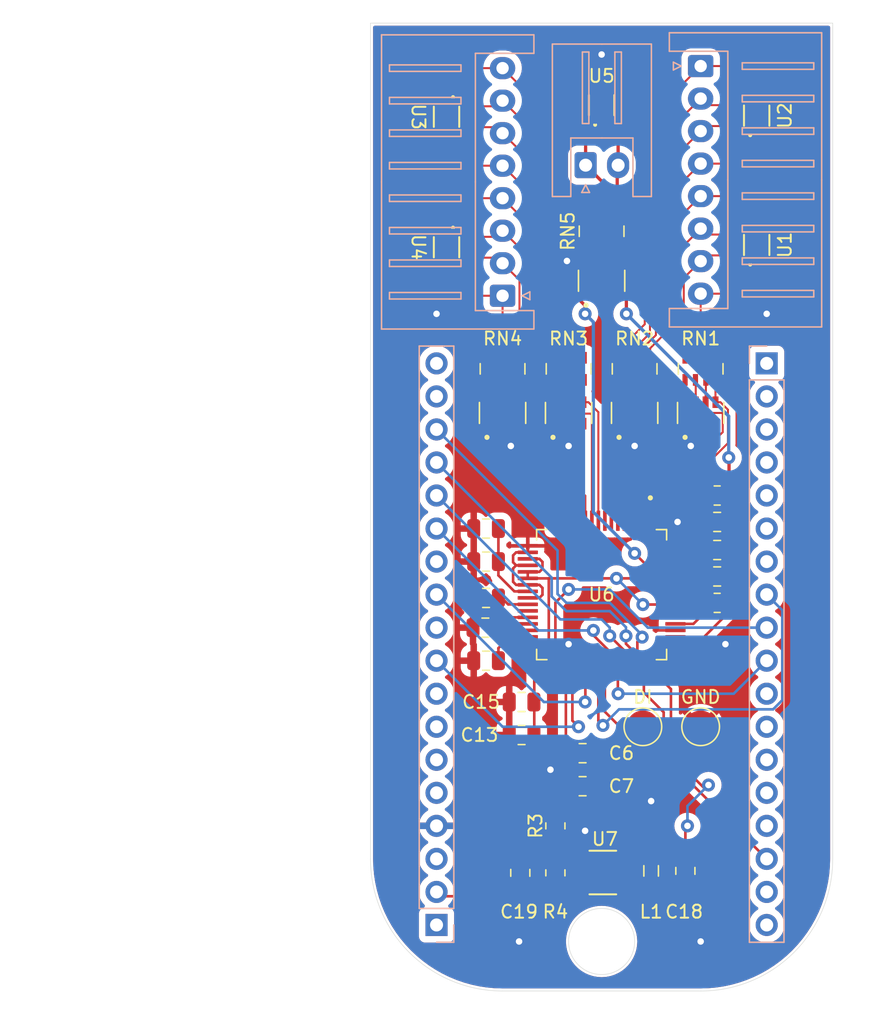
<source format=kicad_pcb>
(kicad_pcb (version 20240108) (generator "pcbnew") (generator_version "8.0")
  (title_block (rev "1"))
  (layers (0 "F.Cu" signal "Front") (1 "In1.Cu" signal) (2 "In2.Cu" signal) (31 "B.Cu" signal "Back") (34 "B.Paste" user) (35 "F.Paste" user) (36 "B.SilkS" user "B.Silkscreen") (37 "F.SilkS" user "F.Silkscreen") (38 "B.Mask" user) (39 "F.Mask" user) (44 "Edge.Cuts" user))
  (net 0 "")
  (net 1 "IN7P")
  (net 2 "AGND")
  (net 3 "IN7N")
  (net 4 "IN8N")
  (net 5 "IN8P")
  (net 6 "IN5P")
  (net 7 "IN6N")
  (net 8 "IN5N")
  (net 9 "IN6P")
  (net 10 "IN4N")
  (net 11 "IN3P")
  (net 12 "IN4P")
  (net 13 "IN3N")
  (net 14 "IN1P")
  (net 15 "IN1N")
  (net 16 "IN2N")
  (net 17 "IN2P")
  (net 18 "INBIAS")
  (net 19 "INBIASINV")
  (net 20 "Net-(RN5-R2.1)")
  (net 21 "/ADS1299 & Microcontroller/3v3")
  (net 22 "/ADS1299 & Microcontroller/VREFP")
  (net 23 "/ADS1299 & Microcontroller/VCAP1")
  (net 24 "/ADS1299 & Microcontroller/BIASOUT")
  (net 25 "/ADS1299 & Microcontroller/VCAP2")
  (net 26 "/ADS1299 & Microcontroller/5v")
  (net 27 "/ADS1299 & Microcontroller/VCAP3")
  (net 28 "/ADS1299 & Microcontroller/VCAP4")
  (net 29 "/Inputs & Filtering/6P")
  (net 30 "/Inputs & Filtering/6N")
  (net 31 "/Inputs & Filtering/7N")
  (net 32 "/Inputs & Filtering/8P")
  (net 33 "/Inputs & Filtering/7P")
  (net 34 "/Inputs & Filtering/5N")
  (net 35 "/Inputs & Filtering/8N")
  (net 36 "/Inputs & Filtering/5P")
  (net 37 "/Inputs & Filtering/BIASINV")
  (net 38 "/Inputs & Filtering/BIAS")
  (net 39 "/Inputs & Filtering/4N")
  (net 40 "/Inputs & Filtering/1N")
  (net 41 "/Inputs & Filtering/1P")
  (net 42 "/Inputs & Filtering/2N")
  (net 43 "/Inputs & Filtering/4P")
  (net 44 "/Inputs & Filtering/3P")
  (net 45 "/Inputs & Filtering/2P")
  (net 46 "/Inputs & Filtering/3N")
  (net 47 "DAISY_IN")
  (net 50 "/ADS1299 & Microcontroller/GPIO1")
  (net 53 "/ADS1299 & Microcontroller/START")
  (net 57 "/ADS1299 & Microcontroller/GPIO3")
  (net 58 "/ADS1299 & Microcontroller/GPIO4")
  (net 59 "/ADS1299 & Microcontroller/GPIO2")
  (net 60 "/ADS1299 & Microcontroller/RESET")
  (net 64 "/ADS1299 & Microcontroller/SCLK")
  (net 67 "/ADS1299 & Microcontroller/DRDY")
  (net 72 "/ADS1299 & Microcontroller/MOSI")
  (net 77 "/ADS1299 & Microcontroller/MISO")
  (net 78 "Net-(U7-SW)")
  (net 79 "/ADS1299 & Microcontroller/CLK_SEL")
  (net 80 "Net-(U7-VFB)")
  (footprint "DRL6:DRL6_TEX" (layer "F.Cu") (at 131.309999 29.21 90)
    (property "Reference" "U2")
    (property "Value" "TPD4E1B06DRLR")
  )
  (footprint "Capacitor_SMD:C_0805_2012Metric" (layer "F.Cu") (at 113.124 87.4325 90)
    (property "Reference" "C19")
    (property "Value" "10uF")
  )
  (footprint "W3A45C102K4T2A:CAPCAV_W3A45C102KAT2A-8" (layer "F.Cu") (at 111.76 52.07 90)
    (property "Reference" "C4" (hide yes))
    (property "Value" "1000 pF")
  )
  (footprint "Capacitor_SMD:C_0805_2012Metric" (layer "F.Cu") (at 110.436252 68.58 180)
    (property "Reference" "C10" (hide yes))
    (property "Value" "100uF")
  )
  (footprint "Inductor_SMD:L_0805_2012Metric" (layer "F.Cu") (at 123.19 87.282 90)
    (property "Reference" "L1")
    (property "Value" "4.7uH")
  )
  (footprint "Resistor_SMD:R_Array_Concave_4x0603" (layer "F.Cu") (at 121.92 48.68 90)
    (property "Reference" "RN2")
    (property "Value" "2.2K")
  )
  (footprint "DRL6:DRL6_TEX" (layer "F.Cu") (at 107.450001 39.329599 -90)
    (property "Reference" "U4")
    (property "Value" "TPD4E1B06DRLR")
  )
  (footprint "DRL6:DRL6_TEX" (layer "F.Cu") (at 119.38 28.407599 90)
    (property "Reference" "U5")
    (property "Value" "TPD4E1B06DRLR")
  )
  (footprint "Capacitor_SMD:C_0805_2012Metric" (layer "F.Cu") (at 125.824 87.282 90)
    (property "Reference" "C18")
    (property "Value" "10uF")
  )
  (footprint "TestPoint:TestPoint_Pad_D2.5mm" (layer "F.Cu") (at 122.555 76.2 180)
    (property "Reference" "DI")
    (property "Value" "Conn_01x01_Pin")
  )
  (footprint "Resistor_SMD:R_0805_2012Metric" (layer "F.Cu") (at 128.27 66.675)
    (property "Reference" "R2" (hide yes))
    (property "Value" "1M")
  )
  (footprint "Capacitor_SMD:C_0805_2012Metric" (layer "F.Cu") (at 110.49 66.294 180)
    (property "Reference" "C17" (hide yes))
    (property "Value" "1uF")
  )
  (footprint "Resistor_SMD:R_0805_2012Metric" (layer "F.Cu") (at 115.824 83.82 90)
    (property "Reference" "R3")
    (property "Value" "309")
  )
  (footprint "Resistor_SMD:R_Array_Concave_4x0603" (layer "F.Cu") (at 111.76 48.68 90)
    (property "Reference" "RN4")
    (property "Value" "2.2K")
  )
  (footprint "TestPoint:TestPoint_Pad_D2.5mm" (layer "F.Cu") (at 127 76.2 180)
    (property "Reference" "GND")
    (property "Value" "Conn_01x01_Pin")
  )
  (footprint "Capacitor_SMD:C_0805_2012Metric" (layer "F.Cu") (at 117.917 80.772)
    (property "Reference" "C7")
    (property "Value" ".1uF")
  )
  (footprint "W3A45C102K4T2A:CAPCAV_W3A45C102KAT2A-8" (layer "F.Cu") (at 127 52.07 90)
    (property "Reference" "C1" (hide yes))
    (property "Value" "1000 pF")
  )
  (footprint "Resistor_SMD:R_0805_2012Metric" (layer "F.Cu") (at 115.824 87.4325 -90)
    (property "Reference" "R4")
    (property "Value" "976")
  )
  (footprint "W3A45C102K4T2A:CAPCAV_W3A45C102KAT2A-8" (layer "F.Cu") (at 119.38 41.91 90)
    (property "Reference" "C5" (hide yes))
    (property "Value" "1000 pF")
  )
  (footprint "Capacitor_SMD:C_0805_2012Metric" (layer "F.Cu") (at 128.27 64.643)
    (property "Reference" "C16" (hide yes))
    (property "Value" "1uF")
  )
  (footprint "Resistor_SMD:R_Array_Concave_4x0603" (layer "F.Cu") (at 127 48.68 90)
    (property "Reference" "RN1")
    (property "Value" "2.2K")
  )
  (footprint "Capacitor_SMD:C_0805_2012Metric" (layer "F.Cu") (at 110.49 60.96 180)
    (property "Reference" "C9" (hide yes))
    (property "Value" "0.1uF")
  )
  (footprint "Capacitor_SMD:C_0805_2012Metric" (layer "F.Cu") (at 113.223 76.835 180)
    (property "Reference" "C13")
    (property "Value" "1uF")
  )
  (footprint "W3A45C102K4T2A:CAPCAV_W3A45C102KAT2A-8" (layer "F.Cu") (at 121.92 52.07 90)
    (property "Reference" "C2" (hide yes))
    (property "Value" "1000 pF")
  )
  (footprint "Capacitor_SMD:C_0805_2012Metric" (layer "F.Cu") (at 113.223 74.295 180)
    (property "Reference" "C15")
    (property "Value" ".1uF")
  )
  (footprint "Capacitor_SMD:C_0805_2012Metric" (layer "F.Cu") (at 110.49 71.12 180)
    (property "Reference" "C12" (hide yes))
    (property "Value" "1uF")
  )
  (footprint "ADS1299:QFP50P1200X1200X120-64N" (layer "F.Cu") (at 119.38 66.04 -90)
    (property "Reference" "U6")
    (property "Value" "ADS1299IPAG")
  )
  (footprint "Resistor_SMD:R_Array_Concave_4x0603" (layer "F.Cu") (at 119.38 38.1 90)
    (property "Reference" "RN5")
    (property "Value" "2.2K")
  )
  (footprint "W3A45C102K4T2A:CAPCAV_W3A45C102KAT2A-8" (layer "F.Cu") (at 116.84 52.07 90)
    (property "Reference" "C3" (hide yes))
    (property "Value" "1000 pF")
  )
  (footprint "Resistor_SMD:R_Array_Concave_4x0603" (layer "F.Cu") (at 116.84 48.68 90)
    (property "Reference" "RN3")
    (property "Value" "2.2K")
  )
  (footprint "Capacitor_SMD:C_0805_2012Metric" (layer "F.Cu") (at 110.49 63.5 180)
    (property "Reference" "C8" (hide yes))
    (property "Value" "10uF")
  )
  (footprint "DRL6:DRL6_TEX" (layer "F.Cu") (at 131.309999 39.156401 90)
    (property "Reference" "U1")
    (property "Value" "TPD4E1B06DRLR")
  )
  (footprint "Capacitor_SMD:C_0805_2012Metric" (layer "F.Cu") (at 128.27 62.611 180)
    (property "Reference" "C14" (hide yes))
    (property "Value" "0.1uF")
  )
  (footprint "Capacitor_SMD:C_0805_2012Metric" (layer "F.Cu") (at 117.917 78.232)
    (property "Reference" "C6")
    (property "Value" "1uF")
  )
  (footprint "Capacitor_SMD:C_0805_2012Metric" (layer "F.Cu") (at 128.27 60.452 180)
    (property "Reference" "C11" (hide yes))
    (property "Value" "1nF")
  )
  (footprint "Resistor_SMD:R_0805_2012Metric" (layer "F.Cu") (at 128.27 58.42)
    (property "Reference" "R1" (hide yes))
    (property "Value" "1M")
  )
  (footprint "MCP1640:SOT-23-6_MC_MCH" (layer "F.Cu") (at 119.474 87.409 180)
    (property "Reference" "U7")
    (property "Value" "MCP1640BT-I/CHY")
  )
  (footprint "DRL6:DRL6_TEX" (layer "F.Cu") (at 107.450001 29.296599 -90)
    (property "Reference" "U3")
    (property "Value" "TPD4E1B06DRLR")
  )
  (footprint "Connector_PinSocket_2.54mm:PinSocket_1x18_P2.54mm_Vertical" (layer "B.Cu") (at 106.68 91.44)
    (property "Reference" "J6" (hide yes))
    (property "Value" "Conn_01x18_Pin")
  )
  (footprint "Connector_JST:JST_XH_S2B-XH-A_1x02_P2.50mm_Horizontal" (layer "B.Cu") (at 118.15 33.02)
    (property "Reference" "J2" (hide yes))
    (property "Value" "Conn_01x02_Pin")
  )
  (footprint "Connector_PinSocket_2.54mm:PinSocket_1x18_P2.54mm_Vertical" (layer "B.Cu") (at 132.08 48.26 180)
    (property "Reference" "J7" (hide yes))
    (property "Value" "Conn_01x18_Pin")
  )
  (footprint "Connector_JST:JST_XH_S8B-XH-A_1x08_P2.50mm_Horizontal" (layer "B.Cu") (at 127.000002 25.4 -90)
    (property "Reference" "J1" (hide yes))
    (property "Value" "Conn_01x08_Pin")
  )
  (footprint "Connector_JST:JST_XH_S8B-XH-A_1x08_P2.50mm_Horizontal" (layer "B.Cu") (at 111.76 43.06 90)
    (property "Reference" "J3" (hide yes))
    (property "Value" "Conn_01x08_Pin")
  )
  (gr_line (start 137.16 86.36) (end 137.16 22.098) (stroke (width 0.0381)) (layer "Edge.Cuts"))
  (gr_arc (start 137.16 86.36) (mid 134.184205 93.544205) (end 127 96.52) (stroke (width 0.0381)) (layer "Edge.Cuts"))
  (gr_circle (center 119.38 92.71) (end 121.92 92.71) (stroke (width 0.0381)) (fill none) (layer "Edge.Cuts"))
  (gr_line (start 101.6 22.098) (end 101.6 86.36) (stroke (width 0.0381)) (layer "Edge.Cuts"))
  (gr_line (start 101.6 22.098) (end 137.16 22.098) (stroke (width 0.0381)) (layer "Edge.Cuts"))
  (gr_line (start 111.76 96.52) (end 127 96.52) (stroke (width 0.0381)) (layer "Edge.Cuts"))
  (gr_arc (start 111.76 96.52) (mid 104.575795 93.544205) (end 101.6 86.36) (stroke (width 0.0381)) (layer "Edge.Cuts"))
  (segment (start 125.86 51.245) (end 125.86 49.59) (width 0.1524) (layer "F.Cu") (net 1))
  (segment (start 124.629802 52.092798) (end 125.4776 51.245) (width 0.1524) (layer "F.Cu") (net 1))
  (segment (start 125.4776 51.245) (end 125.86 51.245) (width 0.1524) (layer "F.Cu") (net 1))
  (segment (start 121.63 60.36) (end 121.63 58.57816) (width 0.1524) (layer "F.Cu") (net 1))
  (segment (start 121.63 58.57816) (end 124.629802 55.578358) (width 0.1524) (layer "F.Cu") (net 1))
  (segment (start 125.86 49.59) (end 125.8 49.53) (width 0.1524) (layer "F.Cu") (net 1))
  (segment (start 124.629802 55.578358) (end 124.629802 52.092798) (width 0.1524) (layer "F.Cu") (net 1))
  (segment (start 120.7694 87.409) (end 125.001 87.409) (width 0.2) (layer "F.Cu") (net 2))
  (segment (start 131.309999 39.958802) (end 131.309999 39.306801) (width 0.2) (layer "F.Cu") (net 2))
  (segment (start 113.7 69.79) (end 113.7 70.323) (width 0.2) (layer "F.Cu") (net 2))
  (segment (start 114.595444 66.29) (end 113.7 66.29) (width 0.2) (layer "F.Cu") (net 2))
  (segment (start 114.595444 65.29) (end 114.83 65.524556) (width 0.2) (layer "F.Cu") (net 2))
  (segment (start 131.309999 30.012401) (end 131.309999 29.3604) (width 0.2) (layer "F.Cu") (net 2))
  (segment (start 113.7 70.323) (end 113.411 70.612) (width 0.2) (layer "F.Cu") (net 2))
  (segment (start 122.075 64.29) (end 121.92 64.135) (width 0.2) (layer "F.Cu") (net 2))
  (segment (start 107.3862 29.21) (end 106.045 29.21) (width 0.2) (layer "F.Cu") (net 2))
  (segment (start 125.06 68.79) (end 123.4 68.79) (width 0.2) (layer "F.Cu") (net 2))
  (segment (start 107.450001 29.146199) (end 107.3862 29.21) (width 0.2) (layer "F.Cu") (net 2))
  (segment (start 112.57 63.024556) (end 112.804556 62.79) (width 0.2) (layer "F.Cu") (net 2))
  (segment (start 125.06 64.29) (end 122.075 64.29) (width 0.2) (layer "F.Cu") (net 2))
  (segment (start 112.57 65.055444) (end 112.57 64.024556) (width 0.2) (layer "F.Cu") (net 2))
  (segment (start 125.06 67.79) (end 123.345 67.79) (width 0.2) (layer "F.Cu") (net 2))
  (segment (start 107.450001 28.494198) (end 107.450001 29.146199) (width 0.2) (layer "F.Cu") (net 2))
  (segment (start 119.38 29.21) (end 119.38 28.557999) (width 0.2) (layer "F.Cu") (net 2))
  (segment (start 120.5826 28.5076) (end 118.1774 28.5076) (width 0.2) (layer "F.Cu") (net 2))
  (segment (start 118.63 71.72) (end 118.63 69.965) (width 0.2) (layer "F.Cu") (net 2))
  (segment (start 107.450001 39.179199) (end 107.450001 38.527198) (width 0.2) (layer "F.Cu") (net 2))
  (segment (start 125.06 69.79) (end 125.06 70.45) (width 0.2) (layer "F.Cu") (net 2))
  (segment (start 114.83 65.524556) (end 114.83 66.055444) (width 0.2) (layer "F.Cu") (net 2))
  (segment (start 131.309999 39.306801) (end 131.360398 39.256402) (width 0.2) (layer "F.Cu") (net 2))
  (segment (start 113.7 65.29) (end 114.595444 65.29) (width 0.2) (layer "F.Cu") (net 2))
  (segment (start 125.06 65.79) (end 123.063 65.79) (width 0.2) (layer "F.Cu") (net 2))
  (segment (start 113.7 63.79) (end 112.804556 63.79) (width 0.2) (layer "F.Cu") (net 2))
  (segment (start 114.83 66.055444) (end 114.595444 66.29) (width 0.2) (layer "F.Cu") (net 2))
  (segment (start 113.7 65.29) (end 112.804556 65.29) (width 0.2) (layer "F.Cu") (net 2))
  (segment (start 112.57 64.024556) (end 112.804556 63.79) (width 0.2) (layer "F.Cu") (net 2))
  (segment (start 107.2592 39.37) (end 107.450001 39.179199) (width 0.2) (layer "F.Cu") (net 2))
  (segment (start 131.460399 29.21) (end 132.715 29.21) (width 0.2) (layer "F.Cu") (net 2))
  (segment (start 125.001 87.409) (end 125.824 88.232) (width 0.2) (layer "F.Cu") (net 2))
  (segment (start 119.38 28.557999) (end 119.430399 28.5076) (width 0.2) (layer "F.Cu") (net 2))
  (segment (start 125.06 70.45) (end 125.095 70.485) (width 0.2) (layer "F.Cu") (net 2))
  (segment (start 125.06 69.79) (end 127.635 69.79) (width 0.2) (layer "F.Cu") (net 2))
  (segment (start 125.06 62.29) (end 125.06 60.995) (width 0.2) (layer "F.Cu") (net 2))
  (segment (start 112.804556 65.29) (end 112.57 65.055444) (width 0.2) (layer "F.Cu") (net 2))
  (segment (start 112.804556 63.79) (end 112.57 63.555444) (width 0.2) (layer "F.Cu") (net 2))
  (segment (start 115.63 71.72) (end 115.63 73.085) (width 0.2) (layer "F.Cu") (net 2))
  (segment (start 112.57 63.555444) (end 112.57 63.024556) (width 0.2) (layer "F.Cu") (net 2))
  (segment (start 125.06 65.79) (end 125.06 65.29) (width 0.2) (layer "F.Cu") (net 2))
  (segment (start 113.7 69.79) (end 113.7 69.29) (width 0.2) (layer "F.Cu") (net 2))
  (segment (start 131.309999 29.3604) (end 131.460399 29.21) (width 0.2) (layer "F.Cu") (net 2))
  (segment (start 112.804556 62.79) (end 113.7 62.79) (width 0.2) (layer "F.Cu") (net 2))
  (segment (start 113.7 62.79) (end 113.7 62.29) (width 0.2) (layer "F.Cu") (net 2))
  (segment (start 131.360398 39.256402) (end 132.601402 39.256402) (width 0.2) (layer "F.Cu") (net 2))
  (segment (start 107.2592 39.37) (end 106.045 39.37) (width 0.2) (layer "F.Cu") (net 2))
  (via (at 118.11 84.201) (size 1) (drill 0.5) (layers "F.Cu" "B.Cu") (net 2))
  (via (at 115.443 79.502) (size 1) (drill 0.5) (layers "F.Cu" "B.Cu") (net 2))
  (via (at 126.238 54.61) (size 1) (drill 0.5) (layers "F.Cu" "B.Cu") (net 2))
  (via (at 128.905 69.85) (size 1) (drill 0.5) (layers "F.Cu" "B.Cu") (net 2))
  (via (at 132.08 44.45) (size 1) (drill 0.5) (layers "F.Cu" "B.Cu") (net 2))
  (via (at 125.222 60.452) (size 1) (drill 0.5) (layers "F.Cu" "B.Cu") (net 2))
  (via (at 123.19 81.915) (size 1) (drill 0.5) (layers "F.Cu" "B.Cu") (net 2))
  (via (at 121.92 54.61) (size 1) (drill 0.5) (layers "F.Cu" "B.Cu") (net 2))
  (via (at 119.38 24.511) (size 1) (drill 0.5) (layers "F.Cu" "B.Cu") (net 2))
  (via (at 112.395 54.61) (size 1) (drill 0.5) (layers "F.Cu" "B.Cu") (net 2))
  (via (at 116.84 54.61) (size 1) (drill 0.5) (layers "F.Cu" "B.Cu") (net 2))
  (via (at 116.713 40.386) (size 1) (drill 0.5) (layers "F.Cu" "B.Cu") (net 2))
  (via (at 116.84 69.85) (size 1) (drill 0.5) (layers "F.Cu" "B.Cu") (net 2))
  (via (at 106.68 44.45) (size 1) (drill 0.5) (layers "F.Cu" "B.Cu") (net 2))
  (via (at 127 92.71) (size 1) (drill 0.5) (layers "F.Cu" "B.Cu") (net 2))
  (via (at 113.03 92.71) (size 1) (drill 0.5) (layers "F.Cu" "B.Cu") (net 2))
  (segment (start 126.62 51.815) (end 126.365 52.07) (width 0.1524) (layer "F.Cu") (net 3))
  (segment (start 125.095 52.3326) (end 125.095 55.88) (width 0.1524) (layer "F.Cu") (net 3))
  (segment (start 125.095 55.88) (end 122.13 58.845) (width 0.1524) (layer "F.Cu") (net 3))
  (segment (start 122.13 58.845) (end 122.13 60.36) (width 0.1524) (layer "F.Cu") (net 3))
  (segment (start 126.62 51.245) (end 126.62 51.815) (width 0.1524) (layer "F.Cu") (net 3))
  (segment (start 126.365 52.07) (end 125.3576 52.07) (width 0.1524) (layer "F.Cu") (net 3))
  (segment (start 126.62 49.55) (end 126.6 49.53) (width 0.1524) (layer "F.Cu") (net 3))
  (segment (start 125.3576 52.07) (end 125.095 52.3326) (width 0.1524) (layer "F.Cu") (net 3))
  (segment (start 126.62 51.245) (end 126.62 49.55) (width 0.1524) (layer "F.Cu") (net 3))
  (segment (start 123.13 60.36) (end 129.098601 54.391399) (width 0.1524) (layer "F.Cu") (net 4))
  (segment (start 128.14 49.59) (end 128.2 49.53) (width 0.1524) (layer "F.Cu") (net 4))
  (segment (start 128.14 51.245) (end 128.14 49.59) (width 0.1524) (layer "F.Cu") (net 4))
  (segment (start 129.098601 54.391399) (end 129.098601 51.821201) (width 0.1524) (layer "F.Cu") (net 4))
  (segment (start 128.5224 51.245) (end 128.14 51.245) (width 0.1524) (layer "F.Cu") (net 4))
  (segment (start 129.098601 51.821201) (end 128.5224 51.245) (width 0.1524) (layer "F.Cu") (net 4))
  (segment (start 128.6962 52.1238) (end 128.6962 53.5488) (width 0.1524) (layer "F.Cu") (net 5))
  (segment (start 122.63 59.498214) (end 122.63 60.36) (width 0.1524) (layer "F.Cu") (net 5))
  (segment (start 122.874414 59.2538) (end 122.63 59.498214) (width 0.1524) (layer "F.Cu") (net 5))
  (segment (start 127.4 50.4) (end 127.4 49.53) (width 0.1524) (layer "F.Cu") (net 5))
  (segment (start 127.38 51.815) (end 127.635 52.07) (width 0.1524) (layer "F.Cu") (net 5))
  (segment (start 128.6424 52.07) (end 128.6962 52.1238) (width 0.1524) (layer "F.Cu") (net 5))
  (segment (start 127.38 51.245) (end 127.38 51.815) (width 0.1524) (layer "F.Cu") (net 5))
  (segment (start 127.38 50.42) (end 127.4 50.4) (width 0.1524) (layer "F.Cu") (net 5))
  (segment (start 127.38 51.245) (end 127.38 50.42) (width 0.1524) (layer "F.Cu") (net 5))
  (segment (start 128.6962 53.5488) (end 122.9912 59.2538) (width 0.1524) (layer "F.Cu") (net 5))
  (segment (start 127.635 52.07) (end 128.6424 52.07) (width 0.1524) (layer "F.Cu") (net 5))
  (segment (start 122.9912 59.2538) (end 122.874414 59.2538) (width 0.1524) (layer "F.Cu") (net 5))
  (segment (start 120.3976 51.245) (end 120.78 51.245) (width 0.1524) (layer "F.Cu") (net 6))
  (segment (start 120.78 49.59) (end 120.72 49.53) (width 0.1524) (layer "F.Cu") (net 6))
  (segment (start 119.63 52.0126) (end 120.3976 51.245) (width 0.1524) (layer "F.Cu") (net 6))
  (segment (start 119.63 60.36) (end 119.63 52.0126) (width 0.1524) (layer "F.Cu") (net 6))
  (segment (start 120.78 51.245) (end 120.78 49.59) (width 0.1524) (layer "F.Cu") (net 6))
  (segment (start 124.227401 55.411679) (end 121.13 58.50908) (width 0.1524) (layer "F.Cu") (net 7))
  (segment (start 123.06 49.59) (end 123.12 49.53) (width 0.1524) (layer "F.Cu") (net 7))
  (segment (start 124.227401 52.030001) (end 124.227401 55.411679) (width 0.1524) (layer "F.Cu") (net 7))
  (segment (start 121.13 58.50908) (end 121.13 60.36) (width 0.1524) (layer "F.Cu") (net 7))
  (segment (start 123.06 51.245) (end 123.06 49.59) (width 0.1524) (layer "F.Cu") (net 7))
  (segment (start 123.06 51.245) (end 123.4424 51.245) (width 0.1524) (layer "F.Cu") (net 7))
  (segment (start 123.4424 51.245) (end 124.227401 52.030001) (width 0.1524) (layer "F.Cu") (net 7))
  (segment (start 121.54 49.55) (end 121.52 49.53) (width 0.1524) (layer "F.Cu") (net 8))
  (segment (start 121.2312 52.1238) (end 120.2238 52.1238) (width 0.1524) (layer "F.Cu") (net 8))
  (segment (start 120.2238 52.1238) (end 120.13 52.2176) (width 0.1524) (layer "F.Cu") (net 8))
  (segment (start 121.54 51.245) (end 121.54 49.55) (width 0.1524) (layer "F.Cu") (net 8))
  (segment (start 121.54 51.815) (end 121.2312 52.1238) (width 0.1524) (layer "F.Cu") (net 8))
  (segment (start 120.13 52.2176) (end 120.13 60.36) (width 0.1524) (layer "F.Cu") (net 8))
  (segment (start 121.54 51.245) (end 121.54 51.815) (width 0.1524) (layer "F.Cu") (net 8))
  (segment (start 123.825 55.245) (end 120.63 58.44) (width 0.1524) (layer "F.Cu") (net 9))
  (segment (start 122.3 49.55) (end 122.32 49.53) (width 0.1524) (layer "F.Cu") (net 9))
  (segment (start 123.6162 52.1238) (end 123.825 52.3326) (width 0.1524) (layer "F.Cu") (net 9))
  (segment (start 122.3 51.8424) (end 122.5814 52.1238) (width 0.1524) (layer "F.Cu") (net 9))
  (segment (start 122.3 51.245) (end 122.3 49.55) (width 0.1524) (layer "F.Cu") (net 9))
  (segment (start 120.63 58.44) (end 120.63 60.36) (width 0.1524) (layer "F.Cu") (net 9))
  (segment (start 122.3 51.245) (end 122.3 51.8424) (width 0.1524) (layer "F.Cu") (net 9))
  (segment (start 122.5814 52.1238) (end 123.6162 52.1238) (width 0.1524) (layer "F.Cu") (net 9))
  (segment (start 123.825 52.3326) (end 123.825 55.245) (width 0.1524) (layer "F.Cu") (net 9))
  (segment (start 117.98 49.59) (end 118.04 49.53) (width 0.1524) (layer "F.Cu") (net 10))
  (segment (start 118.3624 51.245) (end 117.98 51.245) (width 0.1524) (layer "F.Cu") (net 10))
  (segment (start 117.98 51.245) (end 117.98 49.59) (width 0.1524) (layer "F.Cu") (net 10))
  (segment (start 119.13 60.36) (end 119.13 52.0126) (width 0.1524) (layer "F.Cu") (net 10))
  (segment (start 119.13 52.0126) (end 118.3624 51.245) (width 0.1524) (layer "F.Cu") (net 10))
  (segment (start 117.63 58.70684) (end 117.63 60.36) (width 0.1524) (layer "F.Cu") (net 11))
  (segment (start 115.7 51.245) (end 115.3176 51.245) (width 0.1524) (layer "F.Cu") (net 11))
  (segment (start 115.7 51.245) (end 115.7 49.59) (width 0.1524) (layer "F.Cu") (net 11))
  (segment (start 114.469801 52.092799) (end 114.469801 55.546641) (width 0.1524) (layer "F.Cu") (net 11))
  (segment (start 115.7 49.59) (end 115.64 49.53) (width 0.1524) (layer "F.Cu") (net 11))
  (segment (start 114.469801 55.546641) (end 117.63 58.70684) (width 0.1524) (layer "F.Cu") (net 11))
  (segment (start 115.3176 51.245) (end 114.469801 52.092799) (width 0.1524) (layer "F.Cu") (net 11))
  (segment (start 117.22 49.55) (end 117.24 49.53) (width 0.1524) (layer "F.Cu") (net 12))
  (segment (start 118.63 52.2176) (end 118.63 60.36) (width 0.1524) (layer "F.Cu") (net 12))
  (segment (start 117.22 51.245) (end 117.22 51.815) (width 0.1524) (layer "F.Cu") (net 12))
  (segment (start 118.5362 52.1238) (end 118.63 52.2176) (width 0.1524) (layer "F.Cu") (net 12))
  (segment (start 117.22 51.815) (end 117.5288 52.1238) (width 0.1524) (layer "F.Cu") (net 12))
  (segment (start 117.5288 52.1238) (end 118.5362 52.1238) (width 0.1524) (layer "F.Cu") (net 12))
  (segment (start 117.22 51.245) (end 117.22 49.55) (width 0.1524) (layer "F.Cu") (net 12))
  (segment (start 116.44 50.3988) (end 116.44 49.53) (width 0.1524) (layer "F.Cu") (net 13))
  (segment (start 114.935 52.3326) (end 115.1976 52.07) (width 0.1524) (layer "F.Cu") (net 13))
  (segment (start 114.935 55.245) (end 114.935 52.3326) (width 0.1524) (layer "F.Cu") (net 13))
  (segment (start 116.46 50.4188) (end 116.44 50.3988) (width 0.1524) (layer "F.Cu") (net 13))
  (segment (start 116.205 52.07) (end 116.46 51.815) (width 0.1524) (layer "F.Cu") (net 13))
  (segment (start 118.13 58.44) (end 114.935 55.245) (width 0.1524) (layer "F.Cu") (net 13))
  (segment (start 118.13 60.36) (end 118.13 58.44) (width 0.1524) (layer "F.Cu") (net 13))
  (segment (start 115.1976 52.07) (end 116.205 52.07) (width 0.1524) (layer "F.Cu") (net 13))
  (segment (start 116.46 51.245) (end 116.46 50.4188) (width 0.1524) (layer "F.Cu") (net 13))
  (segment (start 116.46 51.815) (end 116.46 51.245) (width 0.1524) (layer "F.Cu") (net 13))
  (segment (start 110.62 49.59) (end 110.56 49.53) (width 0.1524) (layer "F.Cu") (net 14))
  (segment (start 115.63 60.36) (end 109.6614 54.3914) (width 0.1524) (layer "F.Cu") (net 14))
  (segment (start 110.62 51.245) (end 110.62 49.59) (width 0.1524) (layer "F.Cu") (net 14))
  (segment (start 109.6614 54.3914) (end 109.6614 51.6286) (width 0.1524) (layer "F.Cu") (net 14))
  (segment (start 109.6614 51.6286) (end 110.045 51.245) (width 0.1524) (layer "F.Cu") (net 14))
  (segment (start 110.045 51.245) (end 110.62 51.245) (width 0.1524) (layer "F.Cu") (net 14))
  (segment (start 115.7688 59.2538) (end 115.885586 59.2538) (width 0.1524) (layer "F.Cu") (net 15))
  (segment (start 111.0686 52.1238) (end 110.0638 52.1238) (width 0.1524) (layer "F.Cu") (net 15))
  (segment (start 110.0638 53.5488) (end 115.7688 59.2538) (width 0.1524) (layer "F.Cu") (net 15))
  (segment (start 111.38 51.245) (end 111.38 49.55) (width 0.1524) (layer "F.Cu") (net 15))
  (segment (start 115.885586 59.2538) (end 116.13 59.498214) (width 0.1524) (layer "F.Cu") (net 15))
  (segment (start 110.0638 52.1238) (end 110.0638 53.5488) (width 0.1524) (layer "F.Cu") (net 15))
  (segment (start 111.38 49.55) (end 111.36 49.53) (width 0.1524) (layer "F.Cu") (net 15))
  (segment (start 111.38 51.245) (end 111.38 51.8124) (width 0.1524) (layer "F.Cu") (net 15))
  (segment (start 111.38 51.8124) (end 111.0686 52.1238) (width 0.1524) (layer "F.Cu") (net 15))
  (segment (start 116.13 59.498214) (end 116.13 60.36) (width 0.1524) (layer "F.Cu") (net 15))
  (segment (start 114.067401 55.713321) (end 117.13 58.77592) (width 0.1524) (layer "F.Cu") (net 16))
  (segment (start 114.067401 52.165921) (end 114.067401 55.713321) (width 0.1524) (layer "F.Cu") (net 16))
  (segment (start 112.9 51.245) (end 113.14648 51.245) (width 0.1524) (layer "F.Cu") (net 16))
  (segment (start 117.13 58.77592) (end 117.13 60.36) (width 0.1524) (layer "F.Cu") (net 16))
  (segment (start 113.14648 51.245) (end 114.067401 52.165921) (width 0.1524) (layer "F.Cu") (net 16))
  (segment (start 112.9 49.59) (end 112.96 49.53) (width 0.1524) (layer "F.Cu") (net 16))
  (segment (start 112.9 51.245) (end 112.9 49.59) (width 0.1524) (layer "F.Cu") (net 16))
  (segment (start 113.665 55.88) (end 116.63 58.845) (width 0.1524) (layer "F.Cu") (net 17))
  (segment (start 116.63 58.845) (end 116.63 60.36) (width 0.1524) (layer "F.Cu") (net 17))
  (segment (start 112.4488 52.1238) (end 113.4562 52.1238) (width 0.1524) (layer "F.Cu") (net 17))
  (segment (start 112.3438 51.3838) (end 112.3438 50.8) (width 0.1524) (layer "F.Cu") (net 17))
  (segment (start 112.14 51.245) (end 112.14 51.815) (width 0.1524) (layer "F.Cu") (net 17))
  (segment (start 112.14 51.245) (end 112.205 51.245) (width 0.1524) (layer "F.Cu") (net 17))
  (segment (start 113.665 52.3326) (end 113.665 55.88) (width 0.1524) (layer "F.Cu") (net 17))
  (segment (start 112.14 51.815) (end 112.4488 52.1238) (width 0.1524) (layer "F.Cu") (net 17))
  (segment (start 112.14 49.55) (end 112.16 49.53) (width 0.1524) (layer "F.Cu") (net 17))
  (segment (start 112.14 51.245) (end 112.14 49.55) (width 0.1524) (layer "F.Cu") (net 17))
  (segment (start 113.4562 52.1238) (end 113.665 52.3326) (width 0.1524) (layer "F.Cu") (net 17))
  (segment (start 112.205 51.245) (end 112.3438 51.3838) (width 0.1524) (layer "F.Cu") (net 17))
  (segment (start 120.52 39.01) (end 120.58 38.95) (width 0.25) (layer "F.Cu") (net 18))
  (segment (start 121.285 41.85) (end 121.285 44.45) (width 0.25) (layer "F.Cu") (net 18))
  (segment (start 129.1825 60.4145) (end 129.22 60.452) (width 0.25) (layer "F.Cu") (net 18))
  (segment (start 129.1825 55.5225) (end 129.1825 58.42) (width 0.25) (layer "F.Cu") (net 18))
  (segment (start 129.1825 60.9225) (end 129.22 60.96) (width 0.25) (layer "F.Cu") (net 18))
  (segment (start 129.1825 58.42) (end 129.1825 60.4145) (width 0.25) (layer "F.Cu") (net 18))
  (segment (start 120.52 41.085) (end 120.52 39.01) (width 0.25) (layer "F.Cu") (net 18))
  (segment (start 120.52 41.085) (end 121.285 41.85) (width 0.25) (layer "F.Cu") (net 18))
  (segment (start 129.159212 55.499212) (end 129.1825 55.5225) (width 0.25) (layer "F.Cu") (net 18))
  (via (at 121.285 44.45) (size 1) (drill 0.5) (layers "F.Cu" "B.Cu") (net 18))
  (via (at 129.159212 55.499212) (size 1) (drill 0.5) (layers "F.Cu" "B.Cu") (net 18))
  (segment (start 129.159212 52.324212) (end 129.159212 55.499212) (width 0.25) (layer "B.Cu") (net 18))
  (segment (start 121.285 44.45) (end 129.159212 52.324212) (width 0.25) (layer "B.Cu") (net 18))
  (segment (start 119.76 41.085) (end 119.76 38.97) (width 0.25) (layer "F.Cu") (net 19))
  (segment (start 118.11 43.815) (end 118.11 44.45) (width 0.25) (layer "F.Cu") (net 19))
  (segment (start 117.475 42.075) (end 117.475 43.18) (width 0.25) (layer "F.Cu") (net 19))
  (segment (start 117.475 43.18) (end 118.11 43.815) (width 0.25) (layer "F.Cu") (net 19))
  (segment (start 125.06 63.79) (end 122.845 63.79) (width 0.2) (layer "F.Cu") (net 19))
  (segment (start 122.845 63.79) (end 121.92 62.865) (width 0.2) (layer "F.Cu") (net 19))
  (segment (start 119.76 41.085) (end 119.76 41.655) (width 0.25) (layer "F.Cu") (net 19))
  (segment (start 119.76 38.97) (end 119.78 38.95) (width 0.25) (layer "F.Cu") (net 19))
  (segment (start 117.635 41.915) (end 117.475 42.075) (width 0.25) (layer "F.Cu") (net 19))
  (segment (start 119.5 41.915) (end 117.635 41.915) (width 0.25) (layer "F.Cu") (net 19))
  (segment (start 119.76 41.655) (end 119.5 41.915) (width 0.25) (layer "F.Cu") (net 19))
  (via (at 118.11 44.45) (size 1) (drill 0.5) (layers "F.Cu" "B.Cu") (net 19))
  (via (at 121.92 62.865) (size 1) (drill 0.5) (layers "F.Cu" "B.Cu") (net 19))
  (segment (start 118.745 59.69) (end 121.92 62.865) (width 0.25) (layer "B.Cu") (net 19))
  (segment (start 118.11 44.45) (end 118.745 45.085) (width 0.25) (layer "B.Cu") (net 19))
  (segment (start 118.745 45.085) (end 118.745 59.69) (width 0.25) (layer "B.Cu") (net 19))
  (segment (start 119 41.085) (end 119 38.97) (width 0.25) (layer "F.Cu") (net 20))
  (segment (start 119 38.97) (end 118.98 38.95) (width 0.25) (layer "F.Cu") (net 20))
  (segment (start 119.474 86.893999) (end 119.474 87.924001) (width 0.2) (layer "F.Cu") (net 21))
  (segment (start 117.305101 89.2325) (end 107.0125 89.2325) (width 0.2) (layer "F.Cu") (net 21))
  (segment (start 125.217 86.332) (end 125.1045 86.2195) (width 0.2) (layer "F.Cu") (net 21))
  (segment (start 119.474 87.924001) (end 119.039 88.359001) (width 0.2) (layer "F.Cu") (net 21))
  (segment (start 125.824 83.98) (end 125.824 86.332) (width 0.2) (layer "F.Cu") (net 21))
  (segment (start 120.7694 86.458999) (end 119.909 86.458999) (width 0.2) (layer "F.Cu") (net 21))
  (segment (start 129.1825 67.375) (end 129.1825 66.675) (width 0.2) (layer "F.Cu") (net 21))
  (segment (start 107.0125 89.2325) (end 106.68 88.9) (width 0.2) (layer "F.Cu") (net 21))
  (segment (start 125.06 69.29) (end 127.2675 69.29) (width 0.2) (layer "F.Cu") (net 21))
  (segment (start 123.13 71.72) (end 124.714 73.304) (width 0.2) (layer "F.Cu") (net 21))
  (segment (start 124.714 78.357604) (end 127.318198 80.961802) (width 0.2) (layer "F.Cu") (net 21))
  (segment (start 120.7694 86.458999) (end 120.7694 84.5744) (width 0.2) (layer "F.Cu") (net 21))
  (segment (start 125.06 69.29) (end 124.164556 69.29) (width 0.2) (layer "F.Cu") (net 21))
  (segment (start 127.2675 69.29) (end 129.1825 67.375) (width 0.2) (layer "F.Cu") (net 21))
  (segment (start 124.164556 69.29) (end 123.13 70.324556) (width 0.2) (layer "F.Cu") (net 21))
  (segment (start 116.967 80.772) (end 116.967 78.232) (width 0.2) (layer "F.Cu") (net 21))
  (segment (start 118.1786 88.359001) (end 117.305101 89.2325) (width 0.2) (layer "F.Cu") (net 21))
  (segment (start 123.19 86.2195) (end 121.008899 86.2195) (width 0.2) (layer "F.Cu") (net 21))
  (segment (start 119.909 86.458999) (end 119.474 86.893999) (width 0.2) (layer "F.Cu") (net 21))
  (segment (start 125.984 83.82) (end 125.824 83.98) (width 0.2) (layer "F.Cu") (net 21))
  (segment (start 116.967 78.232) (end 116.63 77.895) (width 0.2) (layer "F.Cu") (net 21))
  (segment (start 121.008899 86.2195) (end 120.7694 86.458999) (width 0.2) (layer "F.Cu") (net 21))
  (segment (start 125.1045 86.2195) (end 123.19 86.2195) (width 0.2) (layer "F.Cu") (net 21))
  (segment (start 127.318198 80.961802) (end 127.601041 80.678959) (width 0.2) (layer "F.Cu") (net 21))
  (segment (start 116.63 77.895) (end 116.63 71.72) (width 0.2) (layer "F.Cu") (net 21))
  (segment (start 123.13 70.324556) (end 123.13 71.72) (width 0.2) (layer "F.Cu") (net 21))
  (segment (start 124.714 73.304) (end 124.714 78.357604) (width 0.2) (layer "F.Cu") (net 21))
  (segment (start 125.824 86.332) (end 125.217 86.332) (width 0.2) (layer "F.Cu") (net 21))
  (segment (start 119.039 88.359001) (end 118.1786 88.359001) (width 0.2) (layer "F.Cu") (net 21))
  (segment (start 120.7694 84.5744) (end 116.967 80.772) (width 0.2) (layer "F.Cu") (net 21))
  (via (at 127.601041 80.678959) (size 1) (drill 0.5) (layers "F.Cu" "B.Cu") (net 21))
  (via (at 125.984 83.82) (size 1) (drill 0.5) (layers "F.Cu" "B.Cu") (net 21))
  (segment (start 125.984 82.296) (end 125.984 83.82) (width 0.2) (layer "B.Cu") (net 21))
  (segment (start 127.601041 80.678959) (end 125.984 82.296) (width 0.2) (layer "B.Cu") (net 21))
  (segment (start 111.44 60.96) (end 111.44 63.5) (width 0.2) (layer "F.Cu") (net 22))
  (segment (start 113.7 65.79) (end 112.66816 65.79) (width 0.2) (layer "F.Cu") (net 22))
  (segment (start 111.44 64.56184) (end 111.44 63.5) (width 0.2) (layer "F.Cu") (net 22))
  (segment (start 112.66816 65.79) (end 111.44 64.56184) (width 0.2) (layer "F.Cu") (net 22))
  (segment (start 111.386252 68.58) (end 112.176252 67.79) (width 0.2) (layer "F.Cu") (net 23))
  (segment (start 112.176252 67.79) (end 113.7 67.79) (width 0.2) (layer "F.Cu") (net 23))
  (segment (start 126.19 61.582) (end 126.19 62.555444) (width 0.2) (layer "F.Cu") (net 24))
  (segment (start 127.3575 60.4145) (end 127.32 60.452) (width 0.2) (layer "F.Cu") (net 24))
  (segment (start 126.19 62.555444) (end 125.955444 62.79) (width 0.2) (layer "F.Cu") (net 24))
  (segment (start 127.32 60.452) (end 126.19 61.582) (width 0.2) (layer "F.Cu") (net 24))
  (segment (start 127.3575 60.9225) (end 127.32 60.96) (width 0.25) (layer "F.Cu") (net 24))
  (segment (start 125.06 62.79) (end 125.06 63.29) (width 0.2) (layer "F.Cu") (net 24))
  (segment (start 127.3575 58.42) (end 127.3575 60.4145) (width 0.2) (layer "F.Cu") (net 24))
  (segment (start 125.955444 62.79) (end 125.06 62.79) (width 0.2) (layer "F.Cu") (net 24))
  (segment (start 111.44 70.154556) (end 112.804556 68.79) (width 0.2) (layer "F.Cu") (net 25))
  (segment (start 111.44 71.12) (end 111.44 70.154556) (width 0.2) (layer "F.Cu") (net 25))
  (segment (start 112.804556 68.79) (end 113.7 68.79) (width 0.2) (layer "F.Cu") (net 25))
  (segment (start 125.06 64.79) (end 120.523 64.79) (width 0.2) (layer "F.Cu") (net 26))
  (segment (start 115.316 64.79) (end 113.7 64.79) (width 0.2) (layer "F.Cu") (net 26))
  (segment (start 123.825 66.629556) (end 123.825 66.802) (width 0.2) (layer "F.Cu") (net 26))
  (segment (start 114.199 86.72) (end 115.824 88.345) (width 0.2) (layer "F.Cu") (net 26))
  (segment (start 114.83 64.055444) (end 114.595444 64.29) (width 0.2) (layer "F.Cu") (net 26))
  (segment (start 113.7 64.29) (end 113.7 64.79) (width 0.2) (layer "F.Cu") (net 26))
  (segment (start 123.825 66.950444) (end 124.164556 67.29) (width 0.2) (layer "F.Cu") (net 26))
  (segment (start 115.824 88.345) (end 116.76 87.409) (width 0.2) (layer "F.Cu") (net 26))
  (segment (start 115.316 64.79) (end 115.316 69.723) (width 0.2) (layer "F.Cu") (net 26))
  (segment (start 114.83 63.524556) (end 114.83 64.055444) (width 0.2) (layer "F.Cu") (net 26))
  (segment (start 123.825 66.802) (end 123.825 66.950444) (width 0.2) (layer "F.Cu") (net 26))
  (segment (start 124.164556 66.29) (end 123.825 66.629556) (width 0.2) (layer "F.Cu") (net 26))
  (segment (start 124.164556 66.29) (end 125.06 66.29) (width 0.2) (layer "F.Cu") (net 26))
  (segment (start 113.7 63.29) (end 114.595444 63.29) (width 0.2) (layer "F.Cu") (net 26))
  (segment (start 115.316 69.723) (end 114.199 70.84) (width 0.2) (layer "F.Cu") (net 26))
  (segment (start 115.824 88.345) (end 113.1615 88.345) (width 0.2) (layer "F.Cu") (net 26))
  (segment (start 113.1615 88.345) (end 113.124 88.3825) (width 0.2) (layer "F.Cu") (net 26))
  (segment (start 114.595444 63.29) (end 114.83 63.524556) (width 0.2) (layer "F.Cu") (net 26))
  (segment (start 116.76 87.409) (end 118.1786 87.409) (width 0.2) (layer "F.Cu") (net 26))
  (segment (start 114.199 70.84) (end 114.199 86.72) (width 0.2) (layer "F.Cu") (net 26))
  (segment (start 114.595444 64.29) (end 113.7 64.29) (width 0.2) (layer "F.Cu") (net 26))
  (segment (start 123.825 66.802) (end 122.555 66.802) (width 0.2) (layer "F.Cu") (net 26))
  (segment (start 120.523 64.79) (end 115.316 64.79) (width 0.2) (layer "F.Cu") (net 26))
  (segment (start 124.164556 67.29) (end 125.06 67.29) (width 0.2) (layer "F.Cu") (net 26))
  (via (at 122.555 66.802) (size 1) (drill 0.5) (layers "F.Cu" "B.Cu") (net 26))
  (via (at 120.523 64.79) (size 1) (drill 0.5) (layers "F.Cu" "B.Cu") (net 26))
  (segment (start 120.543 64.79) (end 120.523 64.79) (width 0.2) (layer "B.Cu") (net 26))
  (segment (start 122.555 66.802) (end 120.543 64.79) (width 0.2) (layer "B.Cu") (net 26))
  (segment (start 126.495 65.468) (end 127.32 64.643) (width 0.2) (layer "F.Cu") (net 27))
  (segment (start 125.06 66.79) (end 126.123 66.79) (width 0.2) (layer "F.Cu") (net 27))
  (segment (start 126.123 66.79) (end 126.495 66.418) (width 0.2) (layer "F.Cu") (net 27))
  (segment (start 126.495 66.418) (end 126.495 65.468) (width 0.2) (layer "F.Cu") (net 27))
  (segment (start 127.32 62.611) (end 127.32 64.643) (width 0.2) (layer "F.Cu") (net 27))
  (segment (start 112.19 66.79) (end 113.7 66.79) (width 0.2) (layer "F.Cu") (net 28))
  (segment (start 111.44 66.04) (end 112.19 66.79) (width 0.2) (layer "F.Cu") (net 28))
  (segment (start 123.556318 33.843684) (end 127.000002 30.4) (width 0.1524) (layer "F.Cu") (net 29))
  (segment (start 130.81 30.012401) (end 127.387601 30.012401) (width 0.1524) (layer "F.Cu") (net 29))
  (segment (start 122.32 47.83) (end 122.32 47.322636) (width 0.1524) (layer "F.Cu") (net 29))
  (segment (start 123.556318 46.086318) (end 123.556318 33.843684) (width 0.1524) (layer "F.Cu") (net 29))
  (segment (start 127.387601 30.012401) (end 127.000002 30.4) (width 0.1524) (layer "F.Cu") (net 29))
  (segment (start 122.32 47.322636) (end 123.556318 46.086318) (width 0.1524) (layer "F.Cu") (net 29))
  (segment (start 129.5268 32.9) (end 127.000002 32.9) (width 0.1524) (layer "F.Cu") (net 30))
  (segment (start 131.809998 30.012401) (end 131.809998 30.616802) (width 0.1524) (layer "F.Cu") (net 30))
  (segment (start 123.12 47.83) (end 123.12 47.091716) (width 0.1524) (layer "F.Cu") (net 30))
  (segment (start 123.12 47.091716) (end 124.417198 45.794518) (width 0.1524) (layer "F.Cu") (net 30))
  (segment (start 124.417198 45.794518) (end 124.417198 35.482804) (width 0.1524) (layer "F.Cu") (net 30))
  (segment (start 124.417198 35.482804) (end 127.000002 32.9) (width 0.1524) (layer "F.Cu") (net 30))
  (segment (start 131.809998 30.616802) (end 129.5268 32.9) (width 0.1524) (layer "F.Cu") (net 30))
  (segment (start 125.222 39.678002) (end 127.000002 37.9) (width 0.1524) (layer "F.Cu") (net 31))
  (segment (start 126.6 47.83) (end 126.6 46.83916) (width 0.1524) (layer "F.Cu") (net 31))
  (segment (start 126.6 46.83916) (end 125.222 45.46116) (width 0.1524) (layer "F.Cu") (net 31))
  (segment (start 127.454002 38.354) (end 127.000002 37.9) (width 0.1524) (layer "F.Cu") (net 31))
  (segment (start 130.81 38.354) (end 127.454002 38.354) (width 0.1524) (layer "F.Cu") (net 31))
  (segment (start 125.222 45.46116) (end 125.222 39.678002) (width 0.1524) (layer "F.Cu") (net 31))
  (segment (start 130.81 39.958802) (end 127.4412 39.958802) (width 0.1524) (layer "F.Cu") (net 32))
  (segment (start 127.4 47.83) (end 127.4 47.07008) (width 0.1524) (layer "F.Cu") (net 32))
  (segment (start 127.4 47.07008) (end 125.698802 45.368882) (width 0.1524) (layer "F.Cu") (net 32))
  (segment (start 125.698802 45.368882) (end 125.698802 41.7012) (width 0.1524) (layer "F.Cu") (net 32))
  (segment (start 125.698802 41.7012) (end 127.000002 40.4) (width 0.1524) (layer "F.Cu") (net 32))
  (segment (start 127.4412 39.958802) (end 127.000002 40.4) (width 0.1524) (layer "F.Cu") (net 32))
  (segment (start 131.809998 37.749599) (end 129.460399 35.4) (width 0.1524) (layer "F.Cu") (net 33))
  (segment (start 124.819599 45.627839) (end 124.819599 37.580403) (width 0.1524) (layer "F.Cu") (net 33))
  (segment (start 125.8 46.60824) (end 124.819599 45.627839) (width 0.1524) (layer "F.Cu") (net 33))
  (segment (start 129.460399 35.4) (end 127.000002 35.4) (width 0.1524) (layer "F.Cu") (net 33))
  (segment (start 131.809998 38.354) (end 131.809998 37.749599) (width 0.1524) (layer "F.Cu") (net 33))
  (segment (start 125.8 47.83) (end 125.8 46.60824) (width 0.1524) (layer "F.Cu") (net 33))
  (segment (start 124.819599 37.580403) (end 127.000002 35.4) (width 0.1524) (layer "F.Cu") (net 33))
  (segment (start 121.52 47.517) (end 123.063 45.974) (width 0.1524) (layer "F.Cu") (net 34))
  (segment (start 123.063 45.974) (end 123.099556 45.974) (width 0.1524) (layer "F.Cu") (net 34))
  (segment (start 130.81 28.407599) (end 127.507601 28.407599) (width 0.1524) (layer "F.Cu") (net 34))
  (segment (start 123.099556 45.974) (end 123.099556 31.800446) (width 0.1524) (layer "F.Cu") (net 34))
  (segment (start 121.52 47.83) (end 121.52 47.517) (width 0.1524) (layer "F.Cu") (net 34))
  (segment (start 127.507601 28.407599) (end 127.000002 27.9) (width 0.1524) (layer "F.Cu") (net 34))
  (segment (start 123.099556 31.800446) (end 127.000002 27.9) (width 0.1524) (layer "F.Cu") (net 34))
  (segment (start 127 45.72) (end 127 46.101) (width 0.1524) (layer "F.Cu") (net 35))
  (segment (start 127.000002 45.719998) (end 127 45.72) (width 0.1524) (layer "F.Cu") (net 35))
  (segment (start 127 46.101) (end 128.2 47.301) (width 0.1524) (layer "F.Cu") (net 35))
  (segment (start 128.2 47.301) (end 128.2 47.83) (width 0.1524) (layer "F.Cu") (net 35))
  (segment (start 131.809998 39.958802) (end 131.809998 40.563203) (width 0.1524) (layer "F.Cu") (net 35))
  (segment (start 127.000002 42.9) (end 127.000002 45.719998) (width 0.1524) (layer "F.Cu") (net 35))
  (segment (start 131.809998 40.563203) (end 129.473201 42.9) (width 0.1524) (layer "F.Cu") (net 35))
  (segment (start 129.473201 42.9) (end 127.000002 42.9) (width 0.1524) (layer "F.Cu") (net 35))
  (segment (start 131.809998 27.803198) (end 129.4068 25.4) (width 0.1524) (layer "F.Cu") (net 36))
  (segment (start 122.697156 45.250444) (end 122.697156 29.702846) (width 0.1524) (layer "F.Cu") (net 36))
  (segment (start 120.72 47.83) (end 120.72 47.2276) (width 0.1524) (layer "F.Cu") (net 36))
  (segment (start 131.809998 28.407599) (end 131.809998 27.803198) (width 0.1524) (layer "F.Cu") (net 36))
  (segment (start 122.697156 29.702846) (end 127.000002 25.4) (width 0.1524) (layer "F.Cu") (net 36))
  (segment (start 120.72 47.2276) (end 122.697156 45.250444) (width 0.1524) (layer "F.Cu") (net 36))
  (segment (start 129.4068 25.4) (end 127.000002 25.4) (width 0.1524) (layer "F.Cu") (net 36))
  (segment (start 118.15 33.02) (end 118.15 29.940001) (width 0.25) (layer "F.Cu") (net 37))
  (segment (start 119.78 34.65) (end 118.15 33.02) (width 0.25) (layer "F.Cu") (net 37))
  (segment (start 118.15 29.940001) (end 118.880001 29.21) (width 0.25) (layer "F.Cu") (net 37))
  (segment (start 119.78 37.25) (end 119.78 34.65) (width 0.25) (layer "F.Cu") (net 37))
  (segment (start 120.58 33.09) (end 120.65 33.02) (width 0.25) (layer "F.Cu") (net 38))
  (segment (start 120.65 33.02) (end 120.65 29.980001) (width 0.25) (layer "F.Cu") (net 38))
  (segment (start 120.65 29.980001) (end 119.879999 29.21) (width 0.25) (layer "F.Cu") (net 38))
  (segment (start 120.58 37.25) (end 120.58 33.09) (width 0.25) (layer "F.Cu") (net 38))
  (segment (start 109.279799 25.56) (end 111.76 25.56) (width 0.1524) (layer "F.Cu") (net 39))
  (segment (start 106.950002 28.494198) (end 106.950002 27.889797) (width 0.1524) (layer "F.Cu") (net 39))
  (segment (start 118.04 47.83) (end 118.04 47.45852) (width 0.1524) (layer "F.Cu") (net 39))
  (segment (start 106.950002 27.889797) (end 109.279799 25.56) (width 0.1524) (layer "F.Cu") (net 39))
  (segment (start 115.507201 44.925721) (end 115.507201 29.307201) (width 0.1524) (layer "F.Cu") (net 39))
  (segment (start 118.04 47.45852) (end 115.507201 44.925721) (width 0.1524) (layer "F.Cu") (net 39))
  (segment (start 115.507201 29.307201) (end 111.76 25.56) (width 0.1524) (layer "F.Cu") (net 39))
  (segment (start 107.95 40.132) (end 111.332 40.132) (width 0.1524) (layer "F.Cu") (net 40))
  (segment (start 111.332 40.132) (end 111.76 40.56) (width 0.1524) (layer "F.Cu") (net 40))
  (segment (start 111.36 47.2276) (end 113.0612 45.5264) (width 0.1524) (layer "F.Cu") (net 40))
  (segment (start 111.36 47.83) (end 111.36 47.2276) (width 0.1524) (layer "F.Cu") (net 40))
  (segment (start 113.0612 41.8612) (end 111.76 40.56) (width 0.1524) (layer "F.Cu") (net 40))
  (segment (start 113.0612 45.5264) (end 113.0612 41.8612) (width 0.1524) (layer "F.Cu") (net 40))
  (segment (start 109.273601 43.06) (end 111.76 43.06) (width 0.1524) (layer "F.Cu") (net 41))
  (segment (start 110.56 47.2276) (end 111.76 46.0276) (width 0.1524) (layer "F.Cu") (net 41))
  (segment (start 106.950002 40.132) (end 106.950002 40.736401) (width 0.1524) (layer "F.Cu") (net 41))
  (segment (start 111.76 46.0276) (end 111.76 43.06) (width 0.1524) (layer "F.Cu") (net 41))
  (segment (start 106.950002 40.736401) (end 109.273601 43.06) (width 0.1524) (layer "F.Cu") (net 41))
  (segment (start 110.56 47.83) (end 110.56 47.2276) (width 0.1524) (layer "F.Cu") (net 41))
  (segment (start 106.950002 38.527198) (end 106.950002 37.922797) (width 0.1524) (layer "F.Cu") (net 42))
  (segment (start 113.866002 37.666002) (end 111.76 35.56) (width 0.1524) (layer "F.Cu") (net 42))
  (segment (start 113.866002 46.153998) (end 113.866002 37.666002) (width 0.1524) (layer "F.Cu") (net 42))
  (segment (start 112.96 47.06) (end 113.866002 46.153998) (width 0.1524) (layer "F.Cu") (net 42))
  (segment (start 112.96 47.83) (end 112.96 47.06) (width 0.1524) (layer "F.Cu") (net 42))
  (segment (start 109.312799 35.56) (end 111.76 35.56) (width 0.1524) (layer "F.Cu") (net 42))
  (segment (start 106.950002 37.922797) (end 109.312799 35.56) (width 0.1524) (layer "F.Cu") (net 42))
  (segment (start 111.325802 28.494198) (end 111.76 28.06) (width 0.1524) (layer "F.Cu") (net 43))
  (segment (start 115.104801 45.084999) (end 115.104801 31.404801) (width 0.1524) (layer "F.Cu") (net 43))
  (segment (start 115.104801 31.404801) (end 111.76 28.06) (width 0.1524) (layer "F.Cu") (net 43))
  (segment (start 107.95 28.494198) (end 111.325802 28.494198) (width 0.1524) (layer "F.Cu") (net 43))
  (segment (start 115.1048 45.085) (end 115.104801 45.084999) (width 0.1524) (layer "F.Cu") (net 43))
  (segment (start 117.24 47.2276) (end 117.24 47.83) (width 0.1524) (layer "F.Cu") (net 43))
  (segment (start 115.1048 45.0924) (end 115.1048 45.085) (width 0.1524) (layer "F.Cu") (net 43))
  (segment (start 115.1048 45.0924) (end 117.24 47.2276) (width 0.1524) (layer "F.Cu") (net 43))
  (segment (start 109.306601 33.06) (end 111.76 33.06) (width 0.1524) (layer "F.Cu") (net 44))
  (segment (start 115.64 47.83) (end 115.64 47.2276) (width 0.1524) (layer "F.Cu") (net 44))
  (segment (start 115.64 47.2276) (end 114.3 45.8876) (width 0.1524) (layer "F.Cu") (net 44))
  (segment (start 106.950002 30.703401) (end 109.306601 33.06) (width 0.1524) (layer "F.Cu") (net 44))
  (segment (start 114.3 35.6) (end 111.76 33.06) (width 0.1524) (layer "F.Cu") (net 44))
  (segment (start 106.950002 30.099) (end 106.950002 30.703401) (width 0.1524) (layer "F.Cu") (net 44))
  (segment (start 114.3 45.8876) (end 114.3 35.6) (width 0.1524) (layer "F.Cu") (net 44))
  (segment (start 112.16 47.2276) (end 113.463601 45.923999) (width 0.1524) (layer "F.Cu") (net 45))
  (segment (start 113.463601 45.923999) (end 113.463601 39.763601) (width 0.1524) (layer "F.Cu") (net 45))
  (segment (start 112.16 47.83) (end 112.16 47.2276) (width 0.1524) (layer "F.Cu") (net 45))
  (segment (start 107.95 38.527198) (end 111.292802 38.527198) (width 0.1524) (layer "F.Cu") (net 45))
  (segment (start 111.292802 38.527198) (end 111.76 38.06) (width 0.1524) (layer "F.Cu") (net 45))
  (segment (start 113.463601 39.763601) (end 111.76 38.06) (width 0.1524) (layer "F.Cu") (net 45))
  (segment (start 116.44 47.83) (end 116.44 47.45852) (width 0.1524) (layer "F.Cu") (net 46))
  (segment (start 107.95 30.099) (end 111.299 30.099) (width 0.1524) (layer "F.Cu") (net 46))
  (segment (start 111.299 30.099) (end 111.76 30.56) (width 0.1524) (layer "F.Cu") (net 46))
  (segment (start 114.7024 33.5024) (end 111.76 30.56) (width 0.1524) (layer "F.Cu") (net 46))
  (segment (start 116.44 47.45852) (end 114.7024 45.72092) (width 0.1524) (layer "F.Cu") (net 46))
  (segment (start 114.7024 45.72092) (end 114.7024 33.5024) (width 0.1524) (layer "F.Cu") (net 46))
  (segment (start 119.63 75.042766) (end 119.63 71.72) (width 0.2) (layer "F.Cu") (net 47))
  (segment (start 122.555 76.2) (end 120.787234 76.2) (width 0.2) (layer "F.Cu") (net 47))
  (segment (start 120.787234 76.2) (end 119.63 75.042766) (width 0.2) (layer "F.Cu") (net 47))
  (segment (start 120.13 71.72) (end 120.13 70.544711) (width 0.2) (layer "F.Cu") (net 50))
  (segment (start 120.13 70.544711) (end 118.745 69.159711) (width 0.2) (layer "F.Cu") (net 50))
  (segment (start 118.745 69.159711) (end 118.745 68.795) (width 0.2) (layer "F.Cu") (net 50))
  (via (at 118.745 68.795) (size 1) (drill 0.5) (layers "F.Cu" "B.Cu") (net 50))
  (segment (start 114.515 68.795) (end 118.745 68.795) (width 0.2) (layer "B.Cu") (net 50))
  (segment (start 106.68 60.96) (end 114.515 68.795) (width 0.2) (layer "B.Cu") (net 50))
  (segment (start 118.13 74.275) (end 118.11 74.295) (width 0.2) (layer "F.Cu") (net 53))
  (segment (start 118.13 71.72) (end 118.13 74.275) (width 0.2) (layer "F.Cu") (net 53))
  (via (at 118.11 74.295) (size 1) (drill 0.5) (layers "F.Cu" "B.Cu") (net 53))
  (segment (start 114.935 74.295) (end 106.68 66.04) (width 0.2) (layer "B.Cu") (net 53))
  (segment (start 118.11 74.295) (end 114.935 74.295) (width 0.2) (layer "B.Cu") (net 53))
  (segment (start 121.252397 69.212478) (end 121.252397 69.817397) (width 0.2) (layer "F.Cu") (net 57))
  (segment (start 121.63 70.195) (end 121.63 71.72) (width 0.2) (layer "F.Cu") (net 57))
  (segment (start 121.252397 69.817397) (end 121.63 70.195) (width 0.2) (layer "F.Cu") (net 57))
  (via (at 121.252397 69.212478) (size 1) (drill 0.5) (layers "F.Cu" "B.Cu") (net 57))
  (segment (start 115.54 64.74) (end 115.54 66.178478) (width 0.2) (layer "B.Cu") (net 57))
  (segment (start 121.252397 68.548793) (end 121.252397 69.212478) (width 0.2) (layer "B.Cu") (net 57))
  (segment (start 106.68 55.88) (end 115.54 64.74) (width 0.2) (layer "B.Cu") (net 57))
  (segment (start 120.014302 67.310698) (end 121.252397 68.548793) (width 0.2) (layer "B.Cu") (net 57))
  (segment (start 115.54 66.178478) (end 116.67222 67.310698) (width 0.2) (layer "B.Cu") (net 57))
  (segment (start 116.67222 67.310698) (end 120.014302 67.310698) (width 0.2) (layer "B.Cu") (net 57))
  (segment (start 122.13 69.677548) (end 122.13 71.72) (width 0.2) (layer "F.Cu") (net 58))
  (segment (start 122.498678 69.30887) (end 122.13 69.677548) (width 0.2) (layer "F.Cu") (net 58))
  (via (at 122.498678 69.30887) (size 1) (drill 0.5) (layers "F.Cu" "B.Cu") (net 58))
  (segment (start 122.498678 69.158678) (end 122.498678 69.30887) (width 0.2) (layer "B.Cu") (net 58))
  (segment (start 116.672918 66.675) (end 120.015 66.675) (width 0.2) (layer "B.Cu") (net 58))
  (segment (start 106.68 53.34) (end 115.99 62.65) (width 0.2) (layer "B.Cu") (net 58))
  (segment (start 115.99 65.992082) (end 116.672918 66.675) (width 0.2) (layer "B.Cu") (net 58))
  (segment (start 120.015 66.675) (end 122.498678 69.158678) (width 0.2) (layer "B.Cu") (net 58))
  (segment (start 115.99 62.65) (end 115.99 65.992082) (width 0.2) (layer "B.Cu") (net 58))
  (segment (start 121.13 70.342629) (end 121.13 71.72) (width 0.2) (layer "F.Cu") (net 59))
  (segment (start 120.002397 69.215026) (end 121.13 70.342629) (width 0.2) (layer "F.Cu") (net 59))
  (via (at 120.002397 69.215026) (size 1) (drill 0.5) (layers "F.Cu" "B.Cu") (net 59))
  (segment (start 106.68 58.42) (end 116.205 67.945) (width 0.2) (layer "B.Cu") (net 59))
  (segment (start 119.38 67.945) (end 120.002397 68.567397) (width 0.2) (layer "B.Cu") (net 59))
  (segment (start 116.205 67.945) (end 119.38 67.945) (width 0.2) (layer "B.Cu") (net 59))
  (segment (start 120.002397 68.567397) (end 120.002397 69.215026) (width 0.2) (layer "B.Cu") (net 59))
  (segment (start 117.13 71.72) (end 117.13 75.728) (width 0.2) (layer "F.Cu") (net 60))
  (segment (start 117.13 75.728) (end 117.602 76.2) (width 0.2) (layer "F.Cu") (net 60))
  (via (at 117.602 76.2) (size 1) (drill 0.5) (layers "F.Cu" "B.Cu") (net 60))
  (segment (start 111.76 76.2) (end 117.602 76.2) (width 0.2) (layer "B.Cu") (net 60))
  (segment (start 106.68 71.12) (end 111.76 76.2) (width 0.2) (layer "B.Cu") (net 60))
  (segment (start 119.13 75.744848) (end 119.482576 76.097424) (width 0.2) (layer "F.Cu") (net 64))
  (segment (start 119.13 71.72) (end 119.13 75.744848) (width 0.2) (layer "F.Cu") (net 64))
  (via (at 119.482576 76.097424) (size 1) (drill 0.5) (layers "F.Cu" "B.Cu") (net 64))
  (segment (start 119.482576 76.097424) (end 120.72 74.86) (width 0.2) (layer "B.Cu") (net 64))
  (segment (start 120.72 74.86) (end 132.577057 74.86) (width 0.2) (layer "B.Cu") (net 64))
  (segment (start 133.28 67.24) (end 132.08 66.04) (width 0.2) (layer "B.Cu") (net 64))
  (segment (start 132.577057 74.86) (end 133.28 74.157057) (width 0.2) (layer "B.Cu") (net 64))
  (segment (start 133.28 74.157057) (end 133.28 67.24) (width 0.2) (layer "B.Cu") (net 64))
  (segment (start 124.155 75.085) (end 122.63 73.56) (width 0.2) (layer "F.Cu") (net 67))
  (segment (start 122.63 73.56) (end 122.63 71.72) (width 0.2) (layer "F.Cu") (net 67))
  (segment (start 124.155 78.435) (end 124.155 75.085) (width 0.2) (layer "F.Cu") (net 67))
  (segment (start 132.08 86.36) (end 124.155 78.435) (width 0.2) (layer "F.Cu") (net 67))
  (segment (start 116.13 70.342082) (end 115.824 70.036082) (width 0.2) (layer "F.Cu") (net 72))
  (segment (start 116.13 71.72) (end 116.13 70.342082) (width 0.2) (layer "F.Cu") (net 72))
  (segment (start 115.824 70.036082) (end 115.824 66.656) (width 0.2) (layer "F.Cu") (net 72))
  (segment (start 115.824 66.656) (end 116.84 65.64) (width 0.2) (layer "F.Cu") (net 72))
  (via (at 116.84 65.64) (size 1) (drill 0.5) (layers "F.Cu" "B.Cu") (net 72))
  (segment (start 116.84 65.64) (end 119.996 65.64) (width 0.2) (layer "B.Cu") (net 72))
  (segment (start 122.936 68.58) (end 132.08 68.58) (width 0.2) (layer "B.Cu") (net 72))
  (segment (start 119.996 65.64) (end 122.936 68.58) (width 0.2) (layer "B.Cu") (net 72))
  (segment (start 120.63 73.64) (end 120.63 71.72) (width 0.2) (layer "F.Cu") (net 77))
  (segment (start 120.65 73.66) (end 120.63 73.64) (width 0.2) (layer "F.Cu") (net 77))
  (via (at 120.65 73.66) (size 1) (drill 0.5) (layers "F.Cu" "B.Cu") (net 77))
  (segment (start 120.65 73.66) (end 129.54 73.66) (width 0.2) (layer "B.Cu") (net 77))
  (segment (start 129.54 73.66) (end 132.08 71.12) (width 0.2) (layer "B.Cu") (net 77))
  (segment (start 123.19 88.3445) (end 120.783901 88.3445) (width 0.2) (layer "F.Cu") (net 78))
  (segment (start 120.783901 88.3445) (end 120.7694 88.359001) (width 0.2) (layer "F.Cu") (net 78))
  (segment (start 123.219002 88.420002) (end 123.444 88.645) (width 0.2) (layer "F.Cu") (net 78))
  (segment (start 125.06 68.29) (end 126.4425 68.29) (width 0.2) (layer "F.Cu") (net 79))
  (segment (start 127.3575 67.375) (end 127.3575 66.675) (width 0.2) (layer "F.Cu") (net 79))
  (segment (start 126.4425 68.29) (end 127.3575 67.375) (width 0.2) (layer "F.Cu") (net 79))
  (segment (start 115.885001 86.458999) (end 115.824 86.52) (width 0.2) (layer "F.Cu") (net 80))
  (segment (start 115.824 86.52) (end 115.824 84.7325) (width 0.2) (layer "F.Cu") (net 80))
  (segment (start 118.1786 86.458999) (end 115.885001 86.458999) (width 0.2) (layer "F.Cu") (net 80))
  (zone (net 2) (net_name "AGND") (layers "F&B.Cu") (connect_pads (clearance 0.508)) (min_thickness 0.25) (fill yes (thermal_gap 0.5) (thermal_bridge_width 0.5))
    (polygon (pts (xy 99.06 99.06) (xy 139.7 98.806) (xy 139.7 20.32) (xy 99.06 20.32)))
  )
)
</source>
